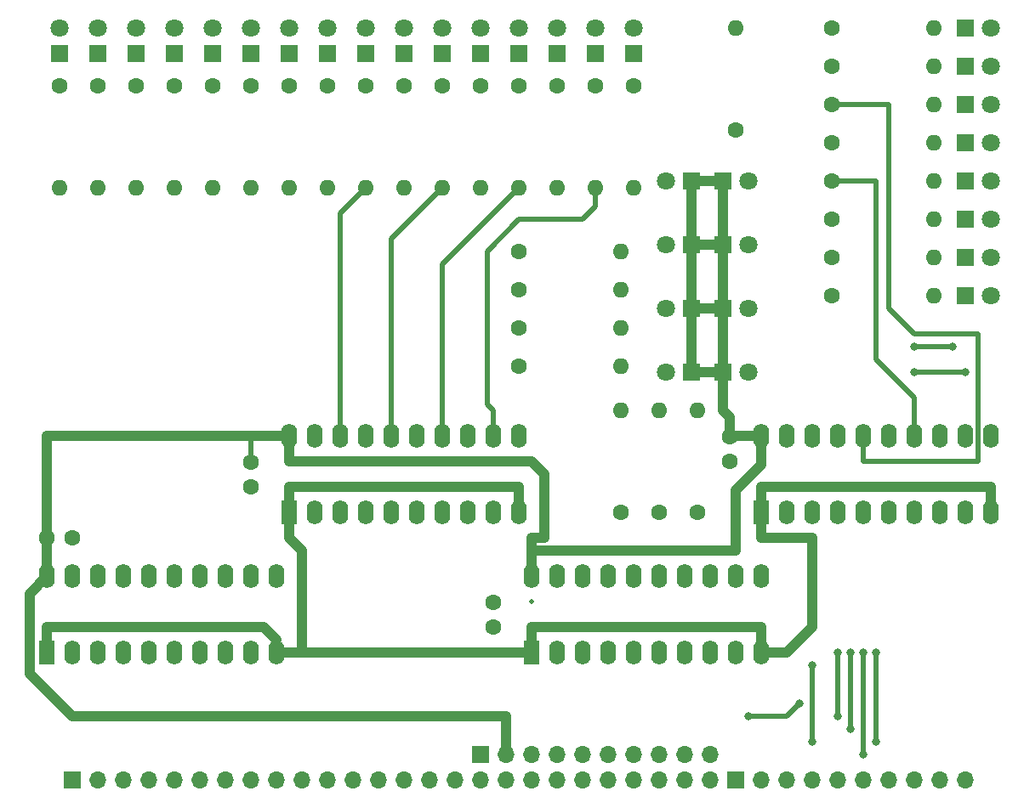
<source format=gbr>
%TF.GenerationSoftware,KiCad,Pcbnew,6.0.11+dfsg-1*%
%TF.CreationDate,2025-09-18T15:26:02+02:00*%
%TF.ProjectId,debug,64656275-672e-46b6-9963-61645f706362,rev?*%
%TF.SameCoordinates,Original*%
%TF.FileFunction,Copper,L1,Top*%
%TF.FilePolarity,Positive*%
%FSLAX46Y46*%
G04 Gerber Fmt 4.6, Leading zero omitted, Abs format (unit mm)*
G04 Created by KiCad (PCBNEW 6.0.11+dfsg-1) date 2025-09-18 15:26:02*
%MOMM*%
%LPD*%
G01*
G04 APERTURE LIST*
%TA.AperFunction,ComponentPad*%
%ADD10R,1.800000X1.800000*%
%TD*%
%TA.AperFunction,ComponentPad*%
%ADD11C,1.800000*%
%TD*%
%TA.AperFunction,ComponentPad*%
%ADD12C,1.600000*%
%TD*%
%TA.AperFunction,ComponentPad*%
%ADD13O,1.600000X1.600000*%
%TD*%
%TA.AperFunction,ComponentPad*%
%ADD14R,1.600000X2.400000*%
%TD*%
%TA.AperFunction,ComponentPad*%
%ADD15O,1.600000X2.400000*%
%TD*%
%TA.AperFunction,ComponentPad*%
%ADD16R,1.700000X1.700000*%
%TD*%
%TA.AperFunction,ComponentPad*%
%ADD17O,1.700000X1.700000*%
%TD*%
%TA.AperFunction,ViaPad*%
%ADD18C,0.800000*%
%TD*%
%TA.AperFunction,Conductor*%
%ADD19C,1.000000*%
%TD*%
%TA.AperFunction,Conductor*%
%ADD20C,0.500000*%
%TD*%
G04 APERTURE END LIST*
D10*
%TO.P,REF\u002A\u002A,1*%
%TO.N,N/C*%
X140970000Y-44450000D03*
D11*
%TO.P,REF\u002A\u002A,2*%
X140970000Y-41910000D03*
%TD*%
D10*
%TO.P,REF\u002A\u002A,1*%
%TO.N,N/C*%
X161290000Y-76200000D03*
D11*
%TO.P,REF\u002A\u002A,2*%
X163830000Y-76200000D03*
%TD*%
D10*
%TO.P,REF\u002A\u002A,1*%
%TO.N,N/C*%
X185420000Y-57150000D03*
D11*
%TO.P,REF\u002A\u002A,2*%
X187960000Y-57150000D03*
%TD*%
D12*
%TO.P,1k,1*%
%TO.N,N/C*%
X114300000Y-47625000D03*
D13*
%TO.P,1k,2*%
X114300000Y-57785000D03*
%TD*%
D10*
%TO.P,REF\u002A\u002A,1*%
%TO.N,N/C*%
X102870000Y-44450000D03*
D11*
%TO.P,REF\u002A\u002A,2*%
X102870000Y-41910000D03*
%TD*%
D12*
%TO.P,1k,1*%
%TO.N,N/C*%
X106680000Y-47625000D03*
D13*
%TO.P,1k,2*%
X106680000Y-57785000D03*
%TD*%
D12*
%TO.P,1k,1*%
%TO.N,N/C*%
X172085000Y-49530000D03*
D13*
%TO.P,1k,2*%
X182245000Y-49530000D03*
%TD*%
D10*
%TO.P,REF\u002A\u002A,1*%
%TO.N,N/C*%
X129540000Y-44450000D03*
D11*
%TO.P,REF\u002A\u002A,2*%
X129540000Y-41910000D03*
%TD*%
D10*
%TO.P,REF\u002A\u002A,1*%
%TO.N,N/C*%
X110490000Y-44450000D03*
D11*
%TO.P,REF\u002A\u002A,2*%
X110490000Y-41910000D03*
%TD*%
D14*
%TO.P,74hc244,1*%
%TO.N,N/C*%
X165105000Y-90160000D03*
D15*
%TO.P,74hc244,2*%
X167645000Y-90160000D03*
%TO.P,74hc244,3*%
X170185000Y-90160000D03*
%TO.P,74hc244,4*%
X172725000Y-90160000D03*
%TO.P,74hc244,5*%
X175265000Y-90160000D03*
%TO.P,74hc244,6*%
X177805000Y-90160000D03*
%TO.P,74hc244,7*%
X180345000Y-90160000D03*
%TO.P,74hc244,8*%
X182885000Y-90160000D03*
%TO.P,74hc244,9*%
X185425000Y-90160000D03*
%TO.P,74hc244,10*%
X187965000Y-90160000D03*
%TO.P,74hc244,11*%
X187965000Y-82540000D03*
%TO.P,74hc244,12*%
X185425000Y-82540000D03*
%TO.P,74hc244,13*%
X182885000Y-82540000D03*
%TO.P,74hc244,14*%
X180345000Y-82540000D03*
%TO.P,74hc244,15*%
X177805000Y-82540000D03*
%TO.P,74hc244,16*%
X175265000Y-82540000D03*
%TO.P,74hc244,17*%
X172725000Y-82540000D03*
%TO.P,74hc244,18*%
X170185000Y-82540000D03*
%TO.P,74hc244,19*%
X167645000Y-82540000D03*
%TO.P,74hc244,20*%
X165105000Y-82540000D03*
%TD*%
D12*
%TO.P,C,1*%
%TO.N,N/C*%
X138430000Y-101600000D03*
%TO.P,C,2*%
X138430000Y-99100000D03*
%TD*%
%TO.P,1k,1*%
%TO.N,N/C*%
X172085000Y-64770000D03*
D13*
%TO.P,1k,2*%
X182245000Y-64770000D03*
%TD*%
D10*
%TO.P,REF\u002A\u002A,1*%
%TO.N,N/C*%
X185420000Y-41910000D03*
D11*
%TO.P,REF\u002A\u002A,2*%
X187960000Y-41910000D03*
%TD*%
D12*
%TO.P,1k,1*%
%TO.N,N/C*%
X140970000Y-71755000D03*
D13*
%TO.P,1k,2*%
X151130000Y-71755000D03*
%TD*%
D12*
%TO.P,1k,1*%
%TO.N,N/C*%
X102870000Y-47625000D03*
D13*
%TO.P,1k,2*%
X102870000Y-57785000D03*
%TD*%
D10*
%TO.P,REF\u002A\u002A,1*%
%TO.N,N/C*%
X148590000Y-44450000D03*
D11*
%TO.P,REF\u002A\u002A,2*%
X148590000Y-41910000D03*
%TD*%
D10*
%TO.P,REF\u002A\u002A,1*%
%TO.N,N/C*%
X152400000Y-44450000D03*
D11*
%TO.P,REF\u002A\u002A,2*%
X152400000Y-41910000D03*
%TD*%
D10*
%TO.P,REF\u002A\u002A,1*%
%TO.N,N/C*%
X161290000Y-63500000D03*
D11*
%TO.P,REF\u002A\u002A,2*%
X163830000Y-63500000D03*
%TD*%
D14*
%TO.P,74hc244,1*%
%TO.N,N/C*%
X93980000Y-104140000D03*
D15*
%TO.P,74hc244,2*%
X96520000Y-104140000D03*
%TO.P,74hc244,3*%
X99060000Y-104140000D03*
%TO.P,74hc244,4*%
X101600000Y-104140000D03*
%TO.P,74hc244,5*%
X104140000Y-104140000D03*
%TO.P,74hc244,6*%
X106680000Y-104140000D03*
%TO.P,74hc244,7*%
X109220000Y-104140000D03*
%TO.P,74hc244,8*%
X111760000Y-104140000D03*
%TO.P,74hc244,9*%
X114300000Y-104140000D03*
%TO.P,74hc244,10*%
X116840000Y-104140000D03*
%TO.P,74hc244,11*%
X116840000Y-96520000D03*
%TO.P,74hc244,12*%
X114300000Y-96520000D03*
%TO.P,74hc244,13*%
X111760000Y-96520000D03*
%TO.P,74hc244,14*%
X109220000Y-96520000D03*
%TO.P,74hc244,15*%
X106680000Y-96520000D03*
%TO.P,74hc244,16*%
X104140000Y-96520000D03*
%TO.P,74hc244,17*%
X101600000Y-96520000D03*
%TO.P,74hc244,18*%
X99060000Y-96520000D03*
%TO.P,74hc244,19*%
X96520000Y-96520000D03*
%TO.P,74hc244,20*%
X93980000Y-96520000D03*
%TD*%
D10*
%TO.P,REF\u002A\u002A,1*%
%TO.N,N/C*%
X118110000Y-44450000D03*
D11*
%TO.P,REF\u002A\u002A,2*%
X118110000Y-41910000D03*
%TD*%
D10*
%TO.P,REF\u002A\u002A,1*%
%TO.N,N/C*%
X99060000Y-44450000D03*
D11*
%TO.P,REF\u002A\u002A,2*%
X99060000Y-41910000D03*
%TD*%
D16*
%TO.P,REF\u002A\u002A,1*%
%TO.N,N/C*%
X96520000Y-116840000D03*
D17*
%TO.P,REF\u002A\u002A,2*%
X99060000Y-116840000D03*
%TO.P,REF\u002A\u002A,3*%
X101600000Y-116840000D03*
%TO.P,REF\u002A\u002A,4*%
X104140000Y-116840000D03*
%TO.P,REF\u002A\u002A,5*%
X106680000Y-116840000D03*
%TO.P,REF\u002A\u002A,6*%
X109220000Y-116840000D03*
%TO.P,REF\u002A\u002A,7*%
X111760000Y-116840000D03*
%TO.P,REF\u002A\u002A,8*%
X114300000Y-116840000D03*
%TO.P,REF\u002A\u002A,9*%
X116840000Y-116840000D03*
%TO.P,REF\u002A\u002A,10*%
X119380000Y-116840000D03*
%TO.P,REF\u002A\u002A,11*%
X121920000Y-116840000D03*
%TO.P,REF\u002A\u002A,12*%
X124460000Y-116840000D03*
%TO.P,REF\u002A\u002A,13*%
X127000000Y-116840000D03*
%TO.P,REF\u002A\u002A,14*%
X129540000Y-116840000D03*
%TO.P,REF\u002A\u002A,15*%
X132080000Y-116840000D03*
%TO.P,REF\u002A\u002A,16*%
X134620000Y-116840000D03*
%TD*%
D14*
%TO.P,74hc244,1*%
%TO.N,N/C*%
X118110000Y-90170000D03*
D15*
%TO.P,74hc244,2*%
X120650000Y-90170000D03*
%TO.P,74hc244,3*%
X123190000Y-90170000D03*
%TO.P,74hc244,4*%
X125730000Y-90170000D03*
%TO.P,74hc244,5*%
X128270000Y-90170000D03*
%TO.P,74hc244,6*%
X130810000Y-90170000D03*
%TO.P,74hc244,7*%
X133350000Y-90170000D03*
%TO.P,74hc244,8*%
X135890000Y-90170000D03*
%TO.P,74hc244,9*%
X138430000Y-90170000D03*
%TO.P,74hc244,10*%
X140970000Y-90170000D03*
%TO.P,74hc244,11*%
X140970000Y-82550000D03*
%TO.P,74hc244,12*%
X138430000Y-82550000D03*
%TO.P,74hc244,13*%
X135890000Y-82550000D03*
%TO.P,74hc244,14*%
X133350000Y-82550000D03*
%TO.P,74hc244,15*%
X130810000Y-82550000D03*
%TO.P,74hc244,16*%
X128270000Y-82550000D03*
%TO.P,74hc244,17*%
X125730000Y-82550000D03*
%TO.P,74hc244,18*%
X123190000Y-82550000D03*
%TO.P,74hc244,19*%
X120650000Y-82550000D03*
%TO.P,74hc244,20*%
X118110000Y-82550000D03*
%TD*%
D12*
%TO.P,1k,1*%
%TO.N,N/C*%
X140970000Y-75565000D03*
D13*
%TO.P,1k,2*%
X151130000Y-75565000D03*
%TD*%
D12*
%TO.P,1k,1*%
%TO.N,N/C*%
X172085000Y-60960000D03*
D13*
%TO.P,1k,2*%
X182245000Y-60960000D03*
%TD*%
D12*
%TO.P,C,1*%
%TO.N,N/C*%
X93980000Y-92710000D03*
%TO.P,C,2*%
X96480000Y-92710000D03*
%TD*%
%TO.P,1k,1*%
%TO.N,N/C*%
X110490000Y-47625000D03*
D13*
%TO.P,1k,2*%
X110490000Y-57785000D03*
%TD*%
D12*
%TO.P,1k,1*%
%TO.N,N/C*%
X140970000Y-67945000D03*
D13*
%TO.P,1k,2*%
X151130000Y-67945000D03*
%TD*%
D10*
%TO.P,REF\u002A\u002A,1*%
%TO.N,N/C*%
X185420000Y-60960000D03*
D11*
%TO.P,REF\u002A\u002A,2*%
X187960000Y-60960000D03*
%TD*%
D12*
%TO.P,1k,1*%
%TO.N,N/C*%
X154940000Y-90170000D03*
D13*
%TO.P,1k,2*%
X154940000Y-80010000D03*
%TD*%
D10*
%TO.P,REF\u002A\u002A,1*%
%TO.N,N/C*%
X133350000Y-44450000D03*
D11*
%TO.P,REF\u002A\u002A,2*%
X133350000Y-41910000D03*
%TD*%
D10*
%TO.P,REF\u002A\u002A,1*%
%TO.N,N/C*%
X185420000Y-49530000D03*
D11*
%TO.P,REF\u002A\u002A,2*%
X187960000Y-49530000D03*
%TD*%
D10*
%TO.P,REF\u002A\u002A,1*%
%TO.N,N/C*%
X185420000Y-64770000D03*
D11*
%TO.P,REF\u002A\u002A,2*%
X187960000Y-64770000D03*
%TD*%
D10*
%TO.P,REF\u002A\u002A,1*%
%TO.N,N/C*%
X185420000Y-45720000D03*
D11*
%TO.P,REF\u002A\u002A,2*%
X187960000Y-45720000D03*
%TD*%
D12*
%TO.P,1k,1*%
%TO.N,N/C*%
X172085000Y-41910000D03*
D13*
%TO.P,1k,2*%
X182245000Y-41910000D03*
%TD*%
D12*
%TO.P,1k,1*%
%TO.N,N/C*%
X118110000Y-47625000D03*
D13*
%TO.P,1k,2*%
X118110000Y-57785000D03*
%TD*%
D16*
%TO.P,REF\u002A\u002A,1*%
%TO.N,N/C*%
X137160000Y-114300000D03*
D17*
%TO.P,REF\u002A\u002A,2*%
X137160000Y-116840000D03*
%TO.P,REF\u002A\u002A,3*%
X139700000Y-114300000D03*
%TO.P,REF\u002A\u002A,4*%
X139700000Y-116840000D03*
%TO.P,REF\u002A\u002A,5*%
X142240000Y-114300000D03*
%TO.P,REF\u002A\u002A,6*%
X142240000Y-116840000D03*
%TO.P,REF\u002A\u002A,7*%
X144780000Y-114300000D03*
%TO.P,REF\u002A\u002A,8*%
X144780000Y-116840000D03*
%TO.P,REF\u002A\u002A,9*%
X147320000Y-114300000D03*
%TO.P,REF\u002A\u002A,10*%
X147320000Y-116840000D03*
%TO.P,REF\u002A\u002A,11*%
X149860000Y-114300000D03*
%TO.P,REF\u002A\u002A,12*%
X149860000Y-116840000D03*
%TO.P,REF\u002A\u002A,13*%
X152400000Y-114300000D03*
%TO.P,REF\u002A\u002A,14*%
X152400000Y-116840000D03*
%TO.P,REF\u002A\u002A,15*%
X154940000Y-114300000D03*
%TO.P,REF\u002A\u002A,16*%
X154940000Y-116840000D03*
%TO.P,REF\u002A\u002A,17*%
X157480000Y-114300000D03*
%TO.P,REF\u002A\u002A,18*%
X157480000Y-116840000D03*
%TO.P,REF\u002A\u002A,19*%
X160020000Y-114300000D03*
%TO.P,REF\u002A\u002A,20*%
X160020000Y-116840000D03*
%TD*%
D10*
%TO.P,REF\u002A\u002A,1*%
%TO.N,N/C*%
X161290000Y-57150000D03*
D11*
%TO.P,REF\u002A\u002A,2*%
X163830000Y-57150000D03*
%TD*%
D10*
%TO.P,REF\u002A\u002A,1*%
%TO.N,N/C*%
X125730000Y-44450000D03*
D11*
%TO.P,REF\u002A\u002A,2*%
X125730000Y-41910000D03*
%TD*%
D12*
%TO.P,1k,1*%
%TO.N,N/C*%
X125730000Y-47625000D03*
D13*
%TO.P,1k,2*%
X125730000Y-57785000D03*
%TD*%
D12*
%TO.P,1k,1*%
%TO.N,N/C*%
X172085000Y-53340000D03*
D13*
%TO.P,1k,2*%
X182245000Y-53340000D03*
%TD*%
D12*
%TO.P,1k,1*%
%TO.N,N/C*%
X151130000Y-90170000D03*
D13*
%TO.P,1k,2*%
X151130000Y-80010000D03*
%TD*%
D12*
%TO.P,1k,1*%
%TO.N,N/C*%
X137160000Y-47625000D03*
D13*
%TO.P,1k,2*%
X137160000Y-57785000D03*
%TD*%
D12*
%TO.P,1k,1*%
%TO.N,N/C*%
X162560000Y-52070000D03*
D13*
%TO.P,1k,2*%
X162560000Y-41910000D03*
%TD*%
D12*
%TO.P,1k,1*%
%TO.N,N/C*%
X158750000Y-90170000D03*
D13*
%TO.P,1k,2*%
X158750000Y-80010000D03*
%TD*%
D12*
%TO.P,1k,1*%
%TO.N,N/C*%
X172085000Y-57150000D03*
D13*
%TO.P,1k,2*%
X182245000Y-57150000D03*
%TD*%
D10*
%TO.P,REF\u002A\u002A,1*%
%TO.N,N/C*%
X185420000Y-53340000D03*
D11*
%TO.P,REF\u002A\u002A,2*%
X187960000Y-53340000D03*
%TD*%
D10*
%TO.P,REF\u002A\u002A,1*%
%TO.N,N/C*%
X144780000Y-44450000D03*
D11*
%TO.P,REF\u002A\u002A,2*%
X144780000Y-41910000D03*
%TD*%
D10*
%TO.P,REF\u002A\u002A,1*%
%TO.N,N/C*%
X158115000Y-57150000D03*
D11*
%TO.P,REF\u002A\u002A,2*%
X155575000Y-57150000D03*
%TD*%
D10*
%TO.P,REF\u002A\u002A,1*%
%TO.N,N/C*%
X137160000Y-44450000D03*
D11*
%TO.P,REF\u002A\u002A,2*%
X137160000Y-41910000D03*
%TD*%
D12*
%TO.P,1k,1*%
%TO.N,N/C*%
X121920000Y-47625000D03*
D13*
%TO.P,1k,2*%
X121920000Y-57785000D03*
%TD*%
D10*
%TO.P,REF\u002A\u002A,1*%
%TO.N,N/C*%
X114300000Y-44450000D03*
D11*
%TO.P,REF\u002A\u002A,2*%
X114300000Y-41910000D03*
%TD*%
D10*
%TO.P,REF\u002A\u002A,1*%
%TO.N,N/C*%
X158115000Y-76200000D03*
D11*
%TO.P,REF\u002A\u002A,2*%
X155575000Y-76200000D03*
%TD*%
D10*
%TO.P,REF\u002A\u002A,1*%
%TO.N,N/C*%
X161290000Y-69850000D03*
D11*
%TO.P,REF\u002A\u002A,2*%
X163830000Y-69850000D03*
%TD*%
D12*
%TO.P,1k,1*%
%TO.N,N/C*%
X95250000Y-47625000D03*
D13*
%TO.P,1k,2*%
X95250000Y-57785000D03*
%TD*%
D12*
%TO.P,1k,1*%
%TO.N,N/C*%
X129540000Y-47625000D03*
D13*
%TO.P,1k,2*%
X129540000Y-57785000D03*
%TD*%
D12*
%TO.P,1k,1*%
%TO.N,N/C*%
X99060000Y-47625000D03*
D13*
%TO.P,1k,2*%
X99060000Y-57785000D03*
%TD*%
D10*
%TO.P,REF\u002A\u002A,1*%
%TO.N,N/C*%
X95250000Y-44450000D03*
D11*
%TO.P,REF\u002A\u002A,2*%
X95250000Y-41910000D03*
%TD*%
D10*
%TO.P,REF\u002A\u002A,1*%
%TO.N,N/C*%
X158115000Y-69850000D03*
D11*
%TO.P,REF\u002A\u002A,2*%
X155575000Y-69850000D03*
%TD*%
D12*
%TO.P,1k,1*%
%TO.N,N/C*%
X152400000Y-47625000D03*
D13*
%TO.P,1k,2*%
X152400000Y-57785000D03*
%TD*%
D12*
%TO.P,1k,1*%
%TO.N,N/C*%
X133350000Y-47625000D03*
D13*
%TO.P,1k,2*%
X133350000Y-57785000D03*
%TD*%
D12*
%TO.P,1k,1*%
%TO.N,N/C*%
X148590000Y-47625000D03*
D13*
%TO.P,1k,2*%
X148590000Y-57785000D03*
%TD*%
D12*
%TO.P,1k,1*%
%TO.N,N/C*%
X172085000Y-45720000D03*
D13*
%TO.P,1k,2*%
X182245000Y-45720000D03*
%TD*%
D12*
%TO.P,C,1*%
%TO.N,N/C*%
X161925000Y-85090000D03*
%TO.P,C,2*%
X161925000Y-82590000D03*
%TD*%
D16*
%TO.P,REF\u002A\u002A,1*%
%TO.N,N/C*%
X162560000Y-116840000D03*
D17*
%TO.P,REF\u002A\u002A,2*%
X165100000Y-116840000D03*
%TO.P,REF\u002A\u002A,3*%
X167640000Y-116840000D03*
%TO.P,REF\u002A\u002A,4*%
X170180000Y-116840000D03*
%TO.P,REF\u002A\u002A,5*%
X172720000Y-116840000D03*
%TO.P,REF\u002A\u002A,6*%
X175260000Y-116840000D03*
%TO.P,REF\u002A\u002A,7*%
X177800000Y-116840000D03*
%TO.P,REF\u002A\u002A,8*%
X180340000Y-116840000D03*
%TO.P,REF\u002A\u002A,9*%
X182880000Y-116840000D03*
%TO.P,REF\u002A\u002A,10*%
X185420000Y-116840000D03*
%TD*%
D12*
%TO.P,C,1*%
%TO.N,N/C*%
X114300000Y-87630000D03*
%TO.P,C,2*%
X114300000Y-85130000D03*
%TD*%
%TO.P,1k,1*%
%TO.N,N/C*%
X140970000Y-64135000D03*
D13*
%TO.P,1k,2*%
X151130000Y-64135000D03*
%TD*%
D12*
%TO.P,1k,1*%
%TO.N,N/C*%
X144780000Y-47625000D03*
D13*
%TO.P,1k,2*%
X144780000Y-57785000D03*
%TD*%
D10*
%TO.P,REF\u002A\u002A,1*%
%TO.N,N/C*%
X185420000Y-68580000D03*
D11*
%TO.P,REF\u002A\u002A,2*%
X187960000Y-68580000D03*
%TD*%
D12*
%TO.P,1k,1*%
%TO.N,N/C*%
X140970000Y-47625000D03*
D13*
%TO.P,1k,2*%
X140970000Y-57785000D03*
%TD*%
D10*
%TO.P,REF\u002A\u002A,1*%
%TO.N,N/C*%
X158115000Y-63500000D03*
D11*
%TO.P,REF\u002A\u002A,2*%
X155575000Y-63500000D03*
%TD*%
D10*
%TO.P,REF\u002A\u002A,1*%
%TO.N,N/C*%
X121920000Y-44450000D03*
D11*
%TO.P,REF\u002A\u002A,2*%
X121920000Y-41910000D03*
%TD*%
D14*
%TO.P,74hc244,1*%
%TO.N,N/C*%
X142245000Y-104130000D03*
D15*
%TO.P,74hc244,2*%
X144785000Y-104130000D03*
%TO.P,74hc244,3*%
X147325000Y-104130000D03*
%TO.P,74hc244,4*%
X149865000Y-104130000D03*
%TO.P,74hc244,5*%
X152405000Y-104130000D03*
%TO.P,74hc244,6*%
X154945000Y-104130000D03*
%TO.P,74hc244,7*%
X157485000Y-104130000D03*
%TO.P,74hc244,8*%
X160025000Y-104130000D03*
%TO.P,74hc244,9*%
X162565000Y-104130000D03*
%TO.P,74hc244,10*%
X165105000Y-104130000D03*
%TO.P,74hc244,11*%
X165105000Y-96510000D03*
%TO.P,74hc244,12*%
X162565000Y-96510000D03*
%TO.P,74hc244,13*%
X160025000Y-96510000D03*
%TO.P,74hc244,14*%
X157485000Y-96510000D03*
%TO.P,74hc244,15*%
X154945000Y-96510000D03*
%TO.P,74hc244,16*%
X152405000Y-96510000D03*
%TO.P,74hc244,17*%
X149865000Y-96510000D03*
%TO.P,74hc244,18*%
X147325000Y-96510000D03*
%TO.P,74hc244,19*%
X144785000Y-96510000D03*
%TO.P,74hc244,20*%
X142245000Y-96510000D03*
%TD*%
D12*
%TO.P,1k,1*%
%TO.N,N/C*%
X172085000Y-68580000D03*
D13*
%TO.P,1k,2*%
X182245000Y-68580000D03*
%TD*%
D10*
%TO.P,REF\u002A\u002A,1*%
%TO.N,N/C*%
X106680000Y-44450000D03*
D11*
%TO.P,REF\u002A\u002A,2*%
X106680000Y-41910000D03*
%TD*%
D18*
%TO.N,*%
X170180000Y-113030000D03*
X180340000Y-76200000D03*
X180340000Y-73660000D03*
X172720000Y-110490000D03*
X172720000Y-104140000D03*
X176530000Y-113030000D03*
X173990000Y-111760000D03*
X175260000Y-104140000D03*
X185420000Y-76200000D03*
X176530000Y-104140000D03*
X180340000Y-76200000D03*
X184150000Y-73660000D03*
X173990000Y-104140000D03*
X175260000Y-114300000D03*
X170180000Y-105410000D03*
X163830000Y-110490000D03*
X168910000Y-109220000D03*
%TD*%
D19*
%TO.N,*%
X165105000Y-82540000D02*
X161975000Y-82540000D01*
X162560000Y-93980000D02*
X142250000Y-93980000D01*
X119380000Y-93980000D02*
X119380000Y-104140000D01*
D20*
X133350000Y-82550000D02*
X133350000Y-65405000D01*
D19*
X165105000Y-82540000D02*
X165105000Y-85402500D01*
X165105000Y-90160000D02*
X165105000Y-87635000D01*
X140970000Y-87630000D02*
X140970000Y-90170000D01*
D20*
X180340000Y-76200000D02*
X185420000Y-76200000D01*
D19*
X170180000Y-92710000D02*
X165100000Y-92710000D01*
X158115000Y-69850000D02*
X161290000Y-69850000D01*
X93980000Y-96520000D02*
X93980000Y-82550000D01*
D20*
X123190000Y-82550000D02*
X123190000Y-60325000D01*
D19*
X114300000Y-82550000D02*
X118110000Y-82550000D01*
X161925000Y-80645000D02*
X161290000Y-80010000D01*
X93980000Y-104140000D02*
X93980000Y-101600000D01*
D20*
X142245000Y-101605000D02*
X142240000Y-101600000D01*
X175260000Y-114300000D02*
X175260000Y-105410000D01*
D19*
X143510000Y-86360000D02*
X143510000Y-92710000D01*
X96520000Y-110490000D02*
X139700000Y-110490000D01*
D20*
X173990000Y-111760000D02*
X173990000Y-104140000D01*
X133350000Y-65405000D02*
X140970000Y-57785000D01*
D19*
X93980000Y-101600000D02*
X115570000Y-101600000D01*
D20*
X142240000Y-99060000D02*
X142245000Y-99055000D01*
D19*
X139700000Y-110490000D02*
X139700000Y-114300000D01*
D20*
X116840000Y-102870000D02*
X116840000Y-104140000D01*
D19*
X142245000Y-92715000D02*
X142245000Y-93975000D01*
X118110000Y-82550000D02*
X118110000Y-85090000D01*
D20*
X176530000Y-74930000D02*
X176530000Y-57150000D01*
X167640000Y-110490000D02*
X168910000Y-109220000D01*
D19*
X142245000Y-93975000D02*
X142245000Y-96510000D01*
D20*
X165100000Y-101600000D02*
X165105000Y-101605000D01*
D19*
X158115000Y-63500000D02*
X158115000Y-69850000D01*
X161290000Y-76200000D02*
X161290000Y-69850000D01*
D20*
X170180000Y-105410000D02*
X170180000Y-113030000D01*
D19*
X93980000Y-96520000D02*
X92240000Y-98260000D01*
X158115000Y-57150000D02*
X161290000Y-57150000D01*
D20*
X128270000Y-62865000D02*
X133350000Y-57785000D01*
X180340000Y-72390000D02*
X177800000Y-69850000D01*
X165105000Y-87635000D02*
X165100000Y-87630000D01*
X180345000Y-78745000D02*
X176530000Y-74930000D01*
X147320000Y-60960000D02*
X148590000Y-59690000D01*
X180345000Y-82540000D02*
X180345000Y-78745000D01*
D19*
X118110000Y-87630000D02*
X140970000Y-87630000D01*
D20*
X128270000Y-82550000D02*
X128270000Y-62865000D01*
X177800000Y-69850000D02*
X177800000Y-49530000D01*
X123190000Y-60325000D02*
X125730000Y-57785000D01*
D19*
X165105000Y-104130000D02*
X167650000Y-104130000D01*
X165100000Y-87630000D02*
X187960000Y-87630000D01*
X158115000Y-57150000D02*
X158115000Y-63500000D01*
D20*
X140970000Y-60960000D02*
X147320000Y-60960000D01*
X114300000Y-85130000D02*
X114300000Y-82550000D01*
D19*
X142240000Y-101600000D02*
X165100000Y-101600000D01*
D20*
X175260000Y-105410000D02*
X175260000Y-104140000D01*
X176530000Y-57150000D02*
X172085000Y-57150000D01*
D19*
X92240000Y-106210000D02*
X96520000Y-110490000D01*
D20*
X186690000Y-72390000D02*
X180340000Y-72390000D01*
D19*
X158115000Y-63500000D02*
X161290000Y-63500000D01*
D20*
X161925000Y-82590000D02*
X161885000Y-82550000D01*
X116850000Y-104130000D02*
X116840000Y-104140000D01*
D19*
X118110000Y-90170000D02*
X118110000Y-87630000D01*
X187965000Y-87635000D02*
X187965000Y-90160000D01*
D20*
X175265000Y-85085000D02*
X175260000Y-85090000D01*
D19*
X92240000Y-98260000D02*
X92240000Y-106210000D01*
X118110000Y-92710000D02*
X119380000Y-93980000D01*
X165105000Y-101605000D02*
X165105000Y-104130000D01*
D20*
X175260000Y-85090000D02*
X186690000Y-85090000D01*
D19*
X162560000Y-87947500D02*
X162560000Y-93980000D01*
X142245000Y-104130000D02*
X142245000Y-101605000D01*
D20*
X163830000Y-110490000D02*
X167640000Y-110490000D01*
D19*
X115570000Y-101600000D02*
X116840000Y-102870000D01*
X142250000Y-93980000D02*
X142245000Y-93975000D01*
D20*
X176530000Y-104140000D02*
X176530000Y-113030000D01*
X119380000Y-104140000D02*
X116840000Y-104140000D01*
X137795000Y-64135000D02*
X140970000Y-60960000D01*
X180340000Y-73660000D02*
X184150000Y-73660000D01*
X187960000Y-87630000D02*
X187965000Y-87635000D01*
D19*
X161925000Y-82590000D02*
X161925000Y-80645000D01*
D20*
X148590000Y-59690000D02*
X148590000Y-57785000D01*
D19*
X118110000Y-90170000D02*
X118110000Y-92710000D01*
X118110000Y-85090000D02*
X142240000Y-85090000D01*
X142245000Y-104130000D02*
X116850000Y-104130000D01*
X93980000Y-82550000D02*
X114300000Y-82550000D01*
X161290000Y-80010000D02*
X161290000Y-76200000D01*
D20*
X175265000Y-82540000D02*
X175265000Y-85085000D01*
D19*
X170180000Y-101600000D02*
X170180000Y-92710000D01*
X158115000Y-76200000D02*
X161290000Y-76200000D01*
X142240000Y-85090000D02*
X143510000Y-86360000D01*
D20*
X142240000Y-92710000D02*
X142245000Y-92715000D01*
D19*
X161290000Y-63500000D02*
X161290000Y-57150000D01*
D20*
X186690000Y-85090000D02*
X186690000Y-72390000D01*
X138430000Y-80010000D02*
X137795000Y-79375000D01*
X165100000Y-92710000D02*
X165105000Y-92705000D01*
D19*
X143510000Y-92710000D02*
X142240000Y-92710000D01*
X161975000Y-82540000D02*
X161925000Y-82590000D01*
D20*
X138430000Y-82550000D02*
X138430000Y-80010000D01*
D19*
X167650000Y-104130000D02*
X170180000Y-101600000D01*
X161290000Y-69850000D02*
X161290000Y-63500000D01*
X165105000Y-92705000D02*
X165105000Y-90160000D01*
X158115000Y-69850000D02*
X158115000Y-76200000D01*
X165105000Y-85402500D02*
X162560000Y-87947500D01*
D20*
X177800000Y-49530000D02*
X172085000Y-49530000D01*
X137795000Y-79375000D02*
X137795000Y-64135000D01*
X172720000Y-110490000D02*
X172720000Y-104140000D01*
%TD*%
M02*

</source>
